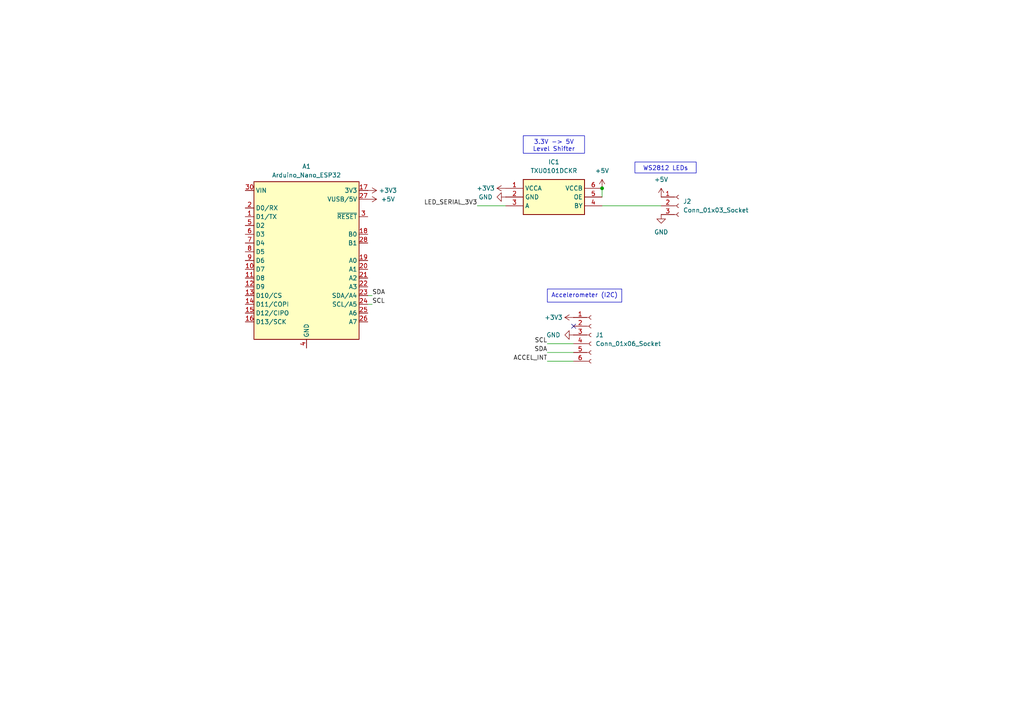
<source format=kicad_sch>
(kicad_sch (version 20231120) (generator "eeschema") (generator_version "8.0")
  (paper "A4")
  (lib_symbols
    (symbol "Connector:Conn_01x03_Socket" (pin_names (offset 1.016) hide)
      (property "Reference" "J" (at 0 5.08 0))
      (property "Value" "Conn_01x03_Socket" (at 0 -5.08 0))
      (symbol "Conn_01x03_Socket_1_1"
        (arc (start 0 -2.032) (mid -0.5058 -2.54) (end 0 -3.048) (stroke (width 0.1524)))
        (polyline (pts (xy -1.27 -2.54) (xy -0.508 -2.54)) (stroke (width 0.1524)))
        (polyline (pts (xy -1.27 0) (xy -0.508 0)) (stroke (width 0.1524)))
        (polyline (pts (xy -1.27 2.54) (xy -0.508 2.54)) (stroke (width 0.1524)))
        (arc (start 0 0.508) (mid -0.5058 0) (end 0 -0.508) (stroke (width 0.1524)))
        (arc (start 0 3.048) (mid -0.5058 2.54) (end 0 2.032) (stroke (width 0.1524)))
        (pin passive line (at -5.08 2.54 0) (length 3.81) (name "Pin_1") (number "1"))
        (pin passive line (at -5.08 0 0) (length 3.81) (name "Pin_2") (number "2"))
        (pin passive line (at -5.08 -2.54 0) (length 3.81) (name "Pin_3") (number "3"))
      )
    )
    (symbol "Connector:Conn_01x06_Socket" (pin_names (offset 1.016) hide)
      (property "Reference" "J" (at 0 7.62 0))
      (property "Value" "Conn_01x06_Socket" (at 0 -10.16 0))
      (symbol "Conn_01x06_Socket_1_1"
        (arc (start 0 -7.112) (mid -0.5058 -7.62) (end 0 -8.128) (stroke (width 0.1524)))
        (arc (start 0 -4.572) (mid -0.5058 -5.08) (end 0 -5.588) (stroke (width 0.1524)))
        (arc (start 0 -2.032) (mid -0.5058 -2.54) (end 0 -3.048) (stroke (width 0.1524)))
        (polyline (pts (xy -1.27 -7.62) (xy -0.508 -7.62)) (stroke (width 0.1524)))
        (polyline (pts (xy -1.27 -5.08) (xy -0.508 -5.08)) (stroke (width 0.1524)))
        (polyline (pts (xy -1.27 -2.54) (xy -0.508 -2.54)) (stroke (width 0.1524)))
        (polyline (pts (xy -1.27 0) (xy -0.508 0)) (stroke (width 0.1524)))
        (polyline (pts (xy -1.27 2.54) (xy -0.508 2.54)) (stroke (width 0.1524)))
        (polyline (pts (xy -1.27 5.08) (xy -0.508 5.08)) (stroke (width 0.1524)))
        (arc (start 0 0.508) (mid -0.5058 0) (end 0 -0.508) (stroke (width 0.1524)))
        (arc (start 0 3.048) (mid -0.5058 2.54) (end 0 2.032) (stroke (width 0.1524)))
        (arc (start 0 5.588) (mid -0.5058 5.08) (end 0 4.572) (stroke (width 0.1524)))
        (pin passive line (at -5.08 5.08 0) (length 3.81) (name "Pin_1") (number "1"))
        (pin passive line (at -5.08 2.54 0) (length 3.81) (name "Pin_2") (number "2"))
        (pin passive line (at -5.08 0 0) (length 3.81) (name "Pin_3") (number "3"))
        (pin passive line (at -5.08 -2.54 0) (length 3.81) (name "Pin_4") (number "4"))
        (pin passive line (at -5.08 -5.08 0) (length 3.81) (name "Pin_5") (number "5"))
        (pin passive line (at -5.08 -7.62 0) (length 3.81) (name "Pin_6") (number "6"))
      )
    )
    (symbol "MCU_Module:Arduino_Nano_ESP32"
      (property "Reference" "A" (at -14.986 23.622 0))
      (property "Value" "Arduino_Nano_ESP32" (at 3.81 -25.654 0))
      (symbol "Arduino_Nano_ESP32_0_1"
        (rectangle (start -15.24 22.86) (end 15.24 -22.86) (stroke (width 0.254)) (fill (type background)))
      )
      (symbol "Arduino_Nano_ESP32_1_1"
        (pin bidirectional line (at -17.78 12.7 0) (length 2.54) (name "D1/TX") (number "1"))
        (pin bidirectional line (at -17.78 -2.54 0) (length 2.54) (name "D7") (number "10"))
        (pin bidirectional line (at -17.78 -5.08 0) (length 2.54) (name "D8") (number "11"))
        (pin bidirectional line (at -17.78 -7.62 0) (length 2.54) (name "D9") (number "12"))
        (pin bidirectional line (at -17.78 -10.16 0) (length 2.54) (name "D10/CS") (number "13"))
        (pin bidirectional line (at -17.78 -12.7 0) (length 2.54) (name "D11/COPI") (number "14"))
        (pin bidirectional line (at -17.78 -15.24 0) (length 2.54) (name "D12/CIPO") (number "15"))
        (pin bidirectional line (at -17.78 -17.78 0) (length 2.54) (name "D13/SCK") (number "16"))
        (pin power_out line (at 17.78 20.32 180) (length 2.54) (name "3V3") (number "17"))
        (pin bidirectional line (at 17.78 7.62 180) (length 2.54) (name "B0") (number "18"))
        (pin bidirectional line (at 17.78 0 180) (length 2.54) (name "A0") (number "19"))
        (pin bidirectional line (at -17.78 15.24 0) (length 2.54) (name "D0/RX") (number "2"))
        (pin bidirectional line (at 17.78 -2.54 180) (length 2.54) (name "A1") (number "20"))
        (pin bidirectional line (at 17.78 -5.08 180) (length 2.54) (name "A2") (number "21"))
        (pin bidirectional line (at 17.78 -7.62 180) (length 2.54) (name "A3") (number "22"))
        (pin bidirectional line (at 17.78 -10.16 180) (length 2.54) (name "SDA/A4") (number "23"))
        (pin bidirectional line (at 17.78 -12.7 180) (length 2.54) (name "SCL/A5") (number "24"))
        (pin bidirectional line (at 17.78 -15.24 180) (length 2.54) (name "A6") (number "25"))
        (pin bidirectional line (at 17.78 -17.78 180) (length 2.54) (name "A7") (number "26"))
        (pin power_out line (at 17.78 17.78 180) (length 2.54) (name "VUSB/5V") (number "27"))
        (pin bidirectional line (at 17.78 5.08 180) (length 2.54) (name "B1") (number "28"))
        (pin passive line (at 0 -25.4 90) (length 2.54) hide (name "GND") (number "29"))
        (pin input line (at 17.78 12.7 180) (length 2.54) (name "~{RESET}") (number "3"))
        (pin power_in line (at -17.78 20.32 0) (length 2.54) (name "VIN") (number "30"))
        (pin power_in line (at 0 -25.4 90) (length 2.54) (name "GND") (number "4"))
        (pin bidirectional line (at -17.78 10.16 0) (length 2.54) (name "D2") (number "5"))
        (pin bidirectional line (at -17.78 7.62 0) (length 2.54) (name "D3") (number "6"))
        (pin bidirectional line (at -17.78 5.08 0) (length 2.54) (name "D4") (number "7"))
        (pin bidirectional line (at -17.78 2.54 0) (length 2.54) (name "D5") (number "8"))
        (pin bidirectional line (at -17.78 0 0) (length 2.54) (name "D6") (number "9"))
      )
    )
    (symbol "TXU0101DCKR:TXU0101DCKR"
      (property "Reference" "IC" (at 24.13 7.62 0))
      (property "Value" "TXU0101DCKR" (at 24.13 5.08 0))
      (symbol "TXU0101DCKR_1_1"
        (rectangle (start 5.08 2.54) (end 22.86 -7.62) (stroke (width 0.254)) (fill (type background)))
        (pin passive line (at 0 0 0) (length 5.08) (name "VCCA") (number "1"))
        (pin passive line (at 0 -2.54 0) (length 5.08) (name "GND") (number "2"))
        (pin passive line (at 0 -5.08 0) (length 5.08) (name "A") (number "3"))
        (pin passive line (at 27.94 -5.08 180) (length 5.08) (name "BY") (number "4"))
        (pin passive line (at 27.94 -2.54 180) (length 5.08) (name "OE") (number "5"))
        (pin passive line (at 27.94 0 180) (length 5.08) (name "VCCB") (number "6"))
      )
    )
    (symbol "power:+3V3" (power) (pin_numbers hide) (pin_names (offset 0) hide)
      (property "Value" "+3V3" (at 0 3.556 0))
      (symbol "+3V3_0_1"
        (polyline (pts (xy -0.762 1.27) (xy 0 2.54)))
        (polyline (pts (xy 0 0) (xy 0 2.54)))
        (polyline (pts (xy 0 2.54) (xy 0.762 1.27)))
      )
      (symbol "+3V3_1_1"
        (pin power_in line (at 0 0 90) (length 0) (name "~") (number "1"))
      )
    )
    (symbol "power:+5V" (power) (pin_numbers hide) (pin_names (offset 0) hide)
      (property "Value" "+5V" (at 0 3.556 0))
      (symbol "+5V_0_1"
        (polyline (pts (xy -0.762 1.27) (xy 0 2.54)))
        (polyline (pts (xy 0 0) (xy 0 2.54)))
        (polyline (pts (xy 0 2.54) (xy 0.762 1.27)))
      )
      (symbol "+5V_1_1"
        (pin power_in line (at 0 0 90) (length 0) (name "~") (number "1"))
      )
    )
    (symbol "power:GND" (power) (pin_numbers hide) (pin_names (offset 0) hide)
      (property "Value" "GND" (at 0 -3.81 0))
      (symbol "GND_0_1"
        (polyline (pts (xy 0 0) (xy 0 -1.27) (xy 1.27 -1.27) (xy 0 -2.54) (xy -1.27 -1.27) (xy 0 -1.27)))
      )
      (symbol "GND_1_1"
        (pin power_in line (at 0 0 270) (length 0) (name "~") (number "1"))
      )
    )
  )
  (junction (at 174.625 54.61))
  (no_connect (at 166.37 94.615))
  (wire (pts (xy 107.95 88.265) (xy 106.68 88.265)))
  (wire (pts (xy 158.75 102.235) (xy 166.37 102.235)))
  (wire (pts (xy 174.625 59.69) (xy 191.77 59.69)))
  (wire (pts (xy 174.625 54.61) (xy 174.625 57.15)))
  (wire (pts (xy 158.75 104.775) (xy 166.37 104.775)))
  (wire (pts (xy 107.95 85.725) (xy 106.68 85.725)))
  (wire (pts (xy 158.75 99.695) (xy 166.37 99.695)))
  (wire (pts (xy 138.43 59.69) (xy 146.685 59.69)))
  (text_box "Accelerometer (I2C)" (at 158.75 83.82 0) (size 21.59 3.81) (effects (font (size 1.27 1.27)) (justify top)))
  (text_box "3.3V -> 5V\nLevel Shifter" (at 151.765 39.37 0) (size 17.78 5.08) (effects (font (size 1.27 1.27)) (justify top)))
  (text_box "WS2812 LEDs" (at 184.15 46.99 0) (size 17.78 3.175) (effects (font (size 1.27 1.27)) (justify top)))
  (label "SDA" (at 107.95 85.725 0))
  (label "SDA" (at 158.75 102.235 180))
  (label "LED_SERIAL_3V3" (at 138.43 59.69 180))
  (label "SCL" (at 107.95 88.265 0))
  (label "SCL" (at 158.75 99.695 180))
  (label "ACCEL_INT" (at 158.75 104.775 180))
  (symbol (lib_id "TXU0101DCKR:TXU0101DCKR") (at 146.685 54.61 0) (unit 1)
    (property "Reference" "IC1" (at 160.655 46.99 0))
    (property "Value" "TXU0101DCKR" (at 160.655 49.53 0))
    (property "Footprint" "SOT65P210X110-6N" (effects (hide yes)))
    (property "Datasheet" "https://www.ti.com/lit/ds/symlink/txu0101.pdf?HQS=dis-mous-null-mousermode-dsf-pf-null-wwe&ts=1659089504788" (effects (hide yes)))
    (property "Description" "Single-Bit Fixed Direction Voltage-Level Translator with Schmitt-Trigger Inputs and 3-State Outputs" (effects (hide yes)))
    (property "Height" "1.1" (effects (hide yes)))
    (property "Mouser Part Number" "595-TXU0101DCKR" (effects (hide yes)))
    (property "Mouser Price/Stock" "https://www.mouser.co.uk/ProductDetail/Texas-Instruments/TXU0101DCKR?qs=tlsG%2FOw5FFjFRCda%2FhFiag%3D%3D" (effects (hide yes)))
    (property "Manufacturer_Name" "Texas Instruments" (effects (hide yes)))
    (property "Manufacturer_Part_Number" "TXU0101DCKR" (effects (hide yes)))
  )
  (symbol (lib_id "power:+3V3") (at 106.68 55.245 270) (unit 1)
    (property "Reference" "#PWR07" (effects (hide yes)))
    (property "Value" "+3V3" (at 109.855 55.2449 90) (effects (justify left)))
    (property "Description" "Power symbol creates a global label with name \"+3V3\"" (effects (hide yes)))
  )
  (symbol (lib_id "Connector:Conn_01x03_Socket") (at 196.85 59.69 0) (unit 1)
    (property "Reference" "J2" (at 198.12 58.4199 0) (effects (justify left)))
    (property "Value" "Conn_01x03_Socket" (at 198.12 60.9599 0) (effects (justify left)))
    (property "Description" "Generic connector, single row, 01x03, script generated" (effects (hide yes)))
  )
  (symbol (lib_id "power:GND") (at 166.37 97.155 270) (unit 1)
    (property "Reference" "#PWR02" (effects (hide yes)))
    (property "Value" "GND" (at 162.56 97.1549 90) (effects (justify right)))
    (property "Description" "Power symbol creates a global label with name \"GND\" , ground" (effects (hide yes)))
  )
  (symbol (lib_id "power:+5V") (at 174.625 54.61 0) (unit 1)
    (property "Reference" "#PWR06" (effects (hide yes)))
    (property "Value" "+5V" (at 174.625 49.53 0))
    (property "Description" "Power symbol creates a global label with name \"+5V\"" (effects (hide yes)))
  )
  (symbol (lib_id "Connector:Conn_01x06_Socket") (at 171.45 97.155 0) (unit 1)
    (property "Reference" "J1" (at 172.72 97.1549 0) (effects (justify left)))
    (property "Value" "Conn_01x06_Socket" (at 172.72 99.6949 0) (effects (justify left)))
    (property "Description" "Generic connector, single row, 01x06, script generated" (effects (hide yes)))
  )
  (symbol (lib_id "power:GND") (at 146.685 57.15 270) (unit 1)
    (property "Reference" "#PWR09" (effects (hide yes)))
    (property "Value" "GND" (at 142.875 57.1499 90) (effects (justify right)))
    (property "Description" "Power symbol creates a global label with name \"GND\" , ground" (effects (hide yes)))
  )
  (symbol (lib_id "power:+5V") (at 106.68 57.785 270) (unit 1)
    (property "Reference" "#PWR03" (effects (hide yes)))
    (property "Value" "+5V" (at 110.49 57.7849 90) (effects (justify left)))
    (property "Description" "Power symbol creates a global label with name \"+5V\"" (effects (hide yes)))
  )
  (symbol (lib_id "power:+3V3") (at 146.685 54.61 90) (unit 1)
    (property "Reference" "#PWR08" (effects (hide yes)))
    (property "Value" "+3V3" (at 143.51 54.6099 90) (effects (justify left)))
    (property "Description" "Power symbol creates a global label with name \"+3V3\"" (effects (hide yes)))
  )
  (symbol (lib_id "MCU_Module:Arduino_Nano_ESP32") (at 88.9 75.565 0) (unit 1)
    (property "Reference" "A1" (at 88.9 48.26 0))
    (property "Value" "Arduino_Nano_ESP32" (at 88.9 50.8 0))
    (property "Footprint" "Module:Arduino_Nano" (effects (hide yes)))
    (property "Datasheet" "https://docs.arduino.cc/resources/datasheets/ABX00083-datasheet.pdf" (effects (hide yes)))
    (property "Description" "Arduino Nano board based on the ESP32-S3 with a dual-core 240 MHz processor, 384 kB ROM, 512 kB SRAM. Operates at 3.3V, with 5V USB-C® input and 6-21V VIN. Features Wi-Fi®, Bluetooth® LE, digital and analog pins, and supports SPI, I2C, UART, I2S, and CAN." (effects (hide yes)))
  )
  (symbol (lib_id "power:GND") (at 191.77 62.23 0) (unit 1)
    (property "Reference" "#PWR05" (effects (hide yes)))
    (property "Value" "GND" (at 191.77 67.31 0))
    (property "Description" "Power symbol creates a global label with name \"GND\" , ground" (effects (hide yes)))
  )
  (symbol (lib_id "power:+3V3") (at 166.37 92.075 90) (unit 1)
    (property "Reference" "#PWR01" (effects (hide yes)))
    (property "Value" "+3V3" (at 163.195 92.0749 90) (effects (justify left)))
    (property "Description" "Power symbol creates a global label with name \"+3V3\"" (effects (hide yes)))
  )
  (symbol (lib_id "power:+5V") (at 191.77 57.15 0) (unit 1)
    (property "Reference" "#PWR04" (effects (hide yes)))
    (property "Value" "+5V" (at 191.77 52.07 0))
    (property "Description" "Power symbol creates a global label with name \"+5V\"" (effects (hide yes)))
  )
)
</source>
